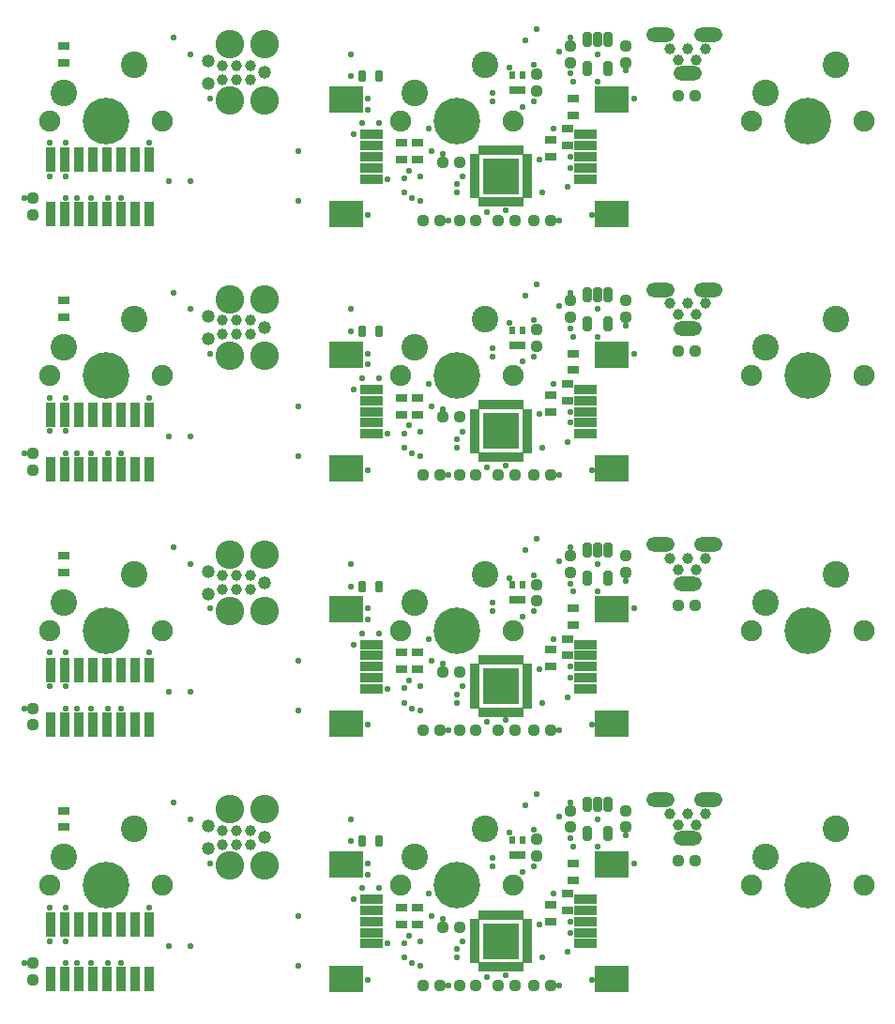
<source format=gbs>
%FSLAX46Y46*%
%MOMM*%
%AMPS14*
1,1,2.400000,0.000000,0.000000*
%
%ADD14PS14*%
%AMPS29*
1,1,1.000000,0.000000,0.000000*
%
%ADD29PS29*%
%AMPS20*
21,1,0.500000,0.650000,0.000000,0.000000,360.000000*
%
%ADD20PS20*%
%AMPS19*
21,1,0.500000,0.650000,0.000000,0.000000,180.000000*
%
%ADD19PS19*%
%AMPS35*
21,1,0.800000,2.100000,0.000000,0.000000,270.000000*
%
%ADD35PS35*%
%AMPS32*
21,1,0.800000,2.100000,0.000000,0.000000,90.000000*
%
%ADD32PS32*%
%AMPS33*
21,1,2.300000,3.000000,0.000000,0.000000,270.000000*
%
%ADD33PS33*%
%AMPS31*
21,1,2.300000,3.000000,0.000000,0.000000,90.000000*
%
%ADD31PS31*%
%AMPS24*
21,1,0.800000,2.150000,0.000000,0.000000,360.000000*
%
%ADD24PS24*%
%AMPS23*
21,1,0.800000,2.150000,0.000000,0.000000,180.000000*
%
%ADD23PS23*%
%AMPS38*
21,1,0.500000,0.800000,0.000000,0.000000,360.000000*
%
%ADD38PS38*%
%AMPS37*
21,1,0.500000,0.800000,0.000000,0.000000,270.000000*
%
%ADD37PS37*%
%AMPS39*
21,1,0.500000,0.800000,0.000000,0.000000,180.000000*
%
%ADD39PS39*%
%AMPS36*
21,1,0.500000,0.800000,0.000000,0.000000,90.000000*
%
%ADD36PS36*%
%AMPS41*
1,1,0.550000,0.000000,0.000000*
%
%ADD41PS41*%
%AMPS30*
21,1,1.300000,1.300000,0.000000,0.000000,360.000000*
1,1,1.300000,-0.650000,0.000000*
1,1,1.300000,0.650000,0.000000*
%
%ADD30PS30*%
%AMPS12*
1,1,4.200000,0.000000,0.000000*
%
%ADD12PS12*%
%AMPS18*
1,1,1.190600,0.000000,0.000000*
%
%ADD18PS18*%
%AMPS13*
1,1,1.900000,0.000000,0.000000*
%
%ADD13PS13*%
%AMPS15*
1,1,2.575000,0.000000,0.000000*
%
%ADD15PS15*%
%AMPS17*
1,1,2.575000,0.000000,0.000000*
%
%ADD17PS17*%
%AMPS11*
1,1,0.560000,0.220000,0.195000*
1,1,0.560000,-0.220000,-0.195000*
1,1,0.560000,-0.220000,0.195000*
1,1,0.560000,0.220000,-0.195000*
21,1,1.000000,0.390000,0.000000,0.000000,360.000000*
21,1,0.440000,0.950000,0.000000,0.000000,360.000000*
%
%ADD11PS11*%
%AMPS22*
1,1,0.560000,0.195000,-0.220000*
1,1,0.560000,-0.195000,0.220000*
1,1,0.560000,0.195000,0.220000*
1,1,0.560000,-0.195000,-0.220000*
21,1,1.000000,0.390000,0.000000,0.000000,270.000000*
21,1,0.440000,0.950000,0.000000,0.000000,270.000000*
%
%ADD22PS22*%
%AMPS25*
1,1,0.560000,-0.220000,-0.195000*
1,1,0.560000,0.220000,0.195000*
1,1,0.560000,0.220000,-0.195000*
1,1,0.560000,-0.220000,0.195000*
21,1,1.000000,0.390000,0.000000,0.000000,180.000000*
21,1,0.440000,0.950000,0.000000,0.000000,180.000000*
%
%ADD25PS25*%
%AMPS34*
1,1,0.560000,-0.195000,0.220000*
1,1,0.560000,0.195000,-0.220000*
1,1,0.560000,-0.195000,-0.220000*
1,1,0.560000,0.195000,0.220000*
21,1,1.000000,0.390000,0.000000,0.000000,90.000000*
21,1,0.440000,0.950000,0.000000,0.000000,90.000000*
%
%ADD34PS34*%
%AMPS21*
1,1,0.440000,0.330000,-0.130000*
1,1,0.440000,-0.330000,0.130000*
1,1,0.440000,0.330000,0.130000*
1,1,0.440000,-0.330000,-0.130000*
21,1,0.700000,0.660000,0.000000,0.000000,270.000000*
21,1,0.260000,1.100000,0.000000,0.000000,270.000000*
%
%ADD21PS21*%
%AMPS28*
1,1,0.440000,-0.130000,-0.330000*
1,1,0.440000,0.130000,0.330000*
1,1,0.440000,0.130000,-0.330000*
1,1,0.440000,-0.130000,0.330000*
21,1,0.700000,0.660000,0.000000,0.000000,180.000000*
21,1,0.260000,1.100000,0.000000,0.000000,180.000000*
%
%ADD28PS28*%
%AMPS10*
1,1,0.440000,-0.330000,0.130000*
1,1,0.440000,0.330000,-0.130000*
1,1,0.440000,-0.330000,-0.130000*
1,1,0.440000,0.330000,0.130000*
21,1,0.700000,0.660000,0.000000,0.000000,90.000000*
21,1,0.260000,1.100000,0.000000,0.000000,90.000000*
%
%ADD10PS10*%
%AMPS26*
1,1,0.300000,0.250000,0.500000*
1,1,0.300000,-0.250000,-0.500000*
1,1,0.300000,-0.250000,0.500000*
1,1,0.300000,0.250000,-0.500000*
21,1,0.800000,1.000000,0.000000,0.000000,360.000000*
21,1,0.500000,1.300000,0.000000,0.000000,360.000000*
%
%ADD26PS26*%
%AMPS27*
1,1,0.300000,-0.250000,-0.500000*
1,1,0.300000,0.250000,0.500000*
1,1,0.300000,0.250000,-0.500000*
1,1,0.300000,-0.250000,0.500000*
21,1,0.800000,1.000000,0.000000,0.000000,180.000000*
21,1,0.500000,1.300000,0.000000,0.000000,180.000000*
%
%ADD27PS27*%
%AMPS40*
21,1,3.300000,3.300000,0.000000,0.000000,270.000000*
%
%ADD40PS40*%
%AMPS16*
1,1,0.987400,0.000000,0.000000*
%
%ADD16PS16*%
G01*
G01*
%LPD*%
G75*
D10*
X46500000Y31000000D03*
D10*
X46500000Y29500000D03*
D11*
X50250000Y24000000D03*
D11*
X51750000Y24000000D03*
D12*
X18333334Y33000000D03*
D13*
X13253334Y33000000D03*
D14*
X14523334Y35540000D03*
D13*
X23413334Y33000000D03*
D14*
X20873334Y38080000D03*
D11*
X70000000Y35250000D03*
D11*
X71500000Y35250000D03*
D15*
X32687513Y39873333D03*
D16*
X28877513Y36698333D03*
D16*
X31417513Y36698333D03*
D15*
X29512513Y39873333D03*
D17*
X32687513Y34793333D03*
D18*
X27607513Y38349333D03*
D16*
X31417513Y37968333D03*
D16*
X30147513Y37968333D03*
D16*
X30147513Y36698333D03*
D16*
X28877513Y37968333D03*
D18*
X27607513Y36317333D03*
D18*
X32687513Y37333333D03*
D17*
X29512513Y34793333D03*
D19*
X56000000Y37100000D03*
D20*
X56000000Y35750000D03*
D20*
X55500000Y35750000D03*
D20*
X55000000Y35750000D03*
D19*
X55000000Y37100000D03*
D21*
X60000000Y30750000D03*
D21*
X60000000Y32250000D03*
D10*
X58500000Y31250000D03*
D10*
X58500000Y29750000D03*
D12*
X50000000Y33000000D03*
D13*
X44920000Y33000000D03*
D14*
X46190000Y35540000D03*
D13*
X55080000Y33000000D03*
D14*
X52540000Y38080000D03*
D22*
X60250000Y39750000D03*
D22*
X60250000Y38250000D03*
D23*
X19705000Y29450000D03*
D24*
X20975000Y24550000D03*
D23*
X17165000Y29450000D03*
D24*
X22245000Y24550000D03*
D24*
X14625000Y24550000D03*
D24*
X15895000Y24550000D03*
D23*
X14625000Y29450000D03*
D24*
X18435000Y24550000D03*
D24*
X19705000Y24550000D03*
D23*
X15895000Y29450000D03*
D24*
X13355000Y24550000D03*
D23*
X18435000Y29450000D03*
D23*
X20975000Y29450000D03*
D23*
X22245000Y29450000D03*
D23*
X13355000Y29450000D03*
D24*
X17165000Y24550000D03*
D12*
X81666666Y33000000D03*
D13*
X76586666Y33000000D03*
D14*
X77856666Y35540000D03*
D13*
X86746666Y33000000D03*
D14*
X84206666Y38080000D03*
D25*
X48500000Y24000000D03*
D25*
X47000000Y24000000D03*
D10*
X45000000Y31000000D03*
D10*
X45000000Y29500000D03*
D26*
X61800000Y37700000D03*
D26*
X63700000Y37700000D03*
D27*
X63700000Y40300000D03*
D27*
X61800000Y40300000D03*
D27*
X62750000Y40300000D03*
D28*
X41500000Y37000000D03*
D28*
X43000000Y37000000D03*
D29*
X69233335Y39500000D03*
D29*
X71633335Y38500000D03*
D30*
X70833335Y37250000D03*
D29*
X72433335Y39500000D03*
D29*
X70833335Y39500000D03*
D30*
X72733335Y40750000D03*
D30*
X68433335Y40750000D03*
D29*
X70033335Y38500000D03*
D31*
X64000000Y34900000D03*
D32*
X61650000Y29750000D03*
D33*
X64000000Y24600000D03*
D32*
X61650000Y28750000D03*
D32*
X61650000Y30750000D03*
D32*
X61650000Y27750000D03*
D32*
X61650000Y31750000D03*
D22*
X57250000Y37175000D03*
D22*
X57250000Y35675000D03*
D11*
X48750000Y29250000D03*
D11*
X50250000Y29250000D03*
D10*
X14523334Y39750000D03*
D10*
X14523334Y38250000D03*
D25*
X58500000Y24000000D03*
D25*
X57000000Y24000000D03*
D34*
X65250000Y38250000D03*
D34*
X65250000Y39750000D03*
D11*
X53750000Y24000000D03*
D11*
X55250000Y24000000D03*
D33*
X40000000Y24600000D03*
D35*
X42350000Y29750000D03*
D31*
X40000000Y34900000D03*
D35*
X42350000Y30750000D03*
D35*
X42350000Y28750000D03*
D35*
X42350000Y31750000D03*
D35*
X42350000Y27750000D03*
D36*
X56350000Y28750000D03*
D37*
X51650000Y28750000D03*
D38*
X54250000Y25650000D03*
D36*
X56350000Y26250000D03*
D39*
X53250000Y30350000D03*
D36*
X56350000Y29750000D03*
D37*
X51650000Y27250000D03*
D38*
X53750000Y25650000D03*
D39*
X55250000Y30350000D03*
D36*
X56350000Y28250000D03*
D38*
X53250000Y25650000D03*
D36*
X56350000Y26750000D03*
D37*
X51650000Y28250000D03*
D38*
X52250000Y25650000D03*
D37*
X51650000Y26750000D03*
D39*
X52750000Y30350000D03*
D37*
X51650000Y27750000D03*
D40*
X54000000Y28000000D03*
D39*
X55750000Y30350000D03*
D38*
X55250000Y25650000D03*
D39*
X52250000Y30350000D03*
D39*
X54750000Y30350000D03*
D39*
X54250000Y30350000D03*
D38*
X54750000Y25650000D03*
D39*
X53750000Y30350000D03*
D37*
X51650000Y26250000D03*
D37*
X51650000Y29750000D03*
D36*
X56350000Y27750000D03*
D37*
X51650000Y29250000D03*
D36*
X56350000Y27250000D03*
D36*
X56350000Y29250000D03*
D38*
X55750000Y25650000D03*
D38*
X52750000Y25650000D03*
D22*
X11750000Y26000000D03*
D22*
X11750000Y24500000D03*
D21*
X60500000Y33500000D03*
D21*
X60500000Y35000000D03*
D41*
X53250000Y35500000D03*
D41*
X45750000Y28500000D03*
D41*
X59250000Y39250000D03*
D41*
X22250000Y31000000D03*
D41*
X40500000Y39000000D03*
D41*
X50000000Y27250000D03*
D41*
X46750000Y27950000D03*
D41*
X62250000Y24500000D03*
D41*
X60250000Y28750000D03*
D41*
X52750000Y26750000D03*
D41*
X49250000Y24000000D03*
D41*
X40750000Y31750000D03*
D41*
X62750000Y36500000D03*
D41*
X18500000Y26000000D03*
D41*
X15750000Y26000000D03*
D41*
X60250000Y37250000D03*
D41*
X42000000Y35000000D03*
D41*
X24000000Y27500000D03*
D41*
X14750000Y26000000D03*
D41*
X35750000Y25750000D03*
D41*
X11000000Y26000000D03*
D41*
X60500000Y36500000D03*
D41*
X56250000Y40250000D03*
D41*
X57000000Y38000000D03*
D41*
X13250000Y28000000D03*
D41*
X14750000Y28000000D03*
D41*
X43750000Y27750000D03*
D41*
X65250000Y37500000D03*
D41*
X24500000Y40500000D03*
D41*
X46750000Y25750000D03*
D41*
X58750000Y32250000D03*
D41*
X42000000Y24500000D03*
D41*
X57486091Y29513909D03*
D41*
X27750000Y35000000D03*
D41*
X60250000Y29750000D03*
D41*
X50000000Y26500000D03*
D41*
X42000000Y34000000D03*
D41*
X46000000Y26000000D03*
D41*
X60000000Y27000000D03*
D41*
X45250000Y27800000D03*
D41*
X60250000Y40500000D03*
D41*
X26000000Y27500000D03*
D41*
X52750000Y24750000D03*
D41*
X55250000Y29250000D03*
D41*
X59250000Y24000000D03*
D41*
X14750000Y31000000D03*
D41*
X54750000Y37750000D03*
D41*
X52750000Y29250000D03*
D41*
X13250000Y31000000D03*
D41*
X55250000Y26750000D03*
D41*
X66000000Y35000000D03*
D41*
X47500000Y32250000D03*
D41*
X53250000Y34750000D03*
D41*
X43000000Y32750000D03*
D41*
X45250000Y26500000D03*
D41*
X19750000Y26000000D03*
D41*
X41500000Y32750000D03*
D41*
X62750000Y39000000D03*
D41*
X35750000Y30250000D03*
D41*
X50500000Y27949998D03*
D41*
X40500000Y37000000D03*
D41*
X57250000Y41250000D03*
D41*
X56000000Y34250000D03*
D41*
X47750000Y30250000D03*
D41*
X57750000Y26500000D03*
D41*
X26000000Y39000000D03*
D41*
X17000000Y26000000D03*
D41*
X54476375Y24917313D03*
D41*
X48750000Y30000000D03*
D41*
X57000000Y34750000D03*
D10*
X46500000Y77000000D03*
D10*
X46500000Y75500000D03*
D11*
X50250000Y70000000D03*
D11*
X51750000Y70000000D03*
D12*
X18333334Y79000000D03*
D13*
X13253334Y79000000D03*
D14*
X14523334Y81540000D03*
D13*
X23413334Y79000000D03*
D14*
X20873334Y84080000D03*
D11*
X70000000Y81250000D03*
D11*
X71500000Y81250000D03*
D15*
X32687513Y85873333D03*
D16*
X28877513Y82698333D03*
D16*
X31417513Y82698333D03*
D15*
X29512513Y85873333D03*
D17*
X32687513Y80793333D03*
D18*
X27607513Y84349333D03*
D16*
X31417513Y83968333D03*
D16*
X30147513Y83968333D03*
D16*
X30147513Y82698333D03*
D16*
X28877513Y83968333D03*
D18*
X27607513Y82317333D03*
D18*
X32687513Y83333333D03*
D17*
X29512513Y80793333D03*
D19*
X56000000Y83100000D03*
D20*
X56000000Y81750000D03*
D20*
X55500000Y81750000D03*
D20*
X55000000Y81750000D03*
D19*
X55000000Y83100000D03*
D21*
X60000000Y76750000D03*
D21*
X60000000Y78250000D03*
D10*
X58500000Y77250000D03*
D10*
X58500000Y75750000D03*
D12*
X50000000Y79000000D03*
D13*
X44920000Y79000000D03*
D14*
X46190000Y81540000D03*
D13*
X55080000Y79000000D03*
D14*
X52540000Y84080000D03*
D22*
X60250000Y85750000D03*
D22*
X60250000Y84250000D03*
D23*
X19705000Y75450000D03*
D24*
X20975000Y70550000D03*
D23*
X17165000Y75450000D03*
D24*
X22245000Y70550000D03*
D24*
X14625000Y70550000D03*
D24*
X15895000Y70550000D03*
D23*
X14625000Y75450000D03*
D24*
X18435000Y70550000D03*
D24*
X19705000Y70550000D03*
D23*
X15895000Y75450000D03*
D24*
X13355000Y70550000D03*
D23*
X18435000Y75450000D03*
D23*
X20975000Y75450000D03*
D23*
X22245000Y75450000D03*
D23*
X13355000Y75450000D03*
D24*
X17165000Y70550000D03*
D12*
X81666666Y79000000D03*
D13*
X76586666Y79000000D03*
D14*
X77856666Y81540000D03*
D13*
X86746666Y79000000D03*
D14*
X84206666Y84080000D03*
D25*
X48500000Y70000000D03*
D25*
X47000000Y70000000D03*
D10*
X45000000Y77000000D03*
D10*
X45000000Y75500000D03*
D26*
X61800000Y83700000D03*
D26*
X63700000Y83700000D03*
D27*
X63700000Y86300000D03*
D27*
X61800000Y86300000D03*
D27*
X62750000Y86300000D03*
D28*
X41500000Y83000000D03*
D28*
X43000000Y83000000D03*
D29*
X69233335Y85500000D03*
D29*
X71633335Y84500000D03*
D30*
X70833335Y83250000D03*
D29*
X72433335Y85500000D03*
D29*
X70833335Y85500000D03*
D30*
X72733335Y86750000D03*
D30*
X68433335Y86750000D03*
D29*
X70033335Y84500000D03*
D31*
X64000000Y80900000D03*
D32*
X61650000Y75750000D03*
D33*
X64000000Y70600000D03*
D32*
X61650000Y74750000D03*
D32*
X61650000Y76750000D03*
D32*
X61650000Y73750000D03*
D32*
X61650000Y77750000D03*
D22*
X57250000Y83175000D03*
D22*
X57250000Y81675000D03*
D11*
X48750000Y75250000D03*
D11*
X50250000Y75250000D03*
D10*
X14523334Y85750000D03*
D10*
X14523334Y84250000D03*
D25*
X58500000Y70000000D03*
D25*
X57000000Y70000000D03*
D34*
X65250000Y84250000D03*
D34*
X65250000Y85750000D03*
D11*
X53750000Y70000000D03*
D11*
X55250000Y70000000D03*
D33*
X40000000Y70600000D03*
D35*
X42350000Y75750000D03*
D31*
X40000000Y80900000D03*
D35*
X42350000Y76750000D03*
D35*
X42350000Y74750000D03*
D35*
X42350000Y77750000D03*
D35*
X42350000Y73750000D03*
D36*
X56350000Y74750000D03*
D37*
X51650000Y74750000D03*
D38*
X54250000Y71650000D03*
D36*
X56350000Y72250000D03*
D39*
X53250000Y76350000D03*
D36*
X56350000Y75750000D03*
D37*
X51650000Y73250000D03*
D38*
X53750000Y71650000D03*
D39*
X55250000Y76350000D03*
D36*
X56350000Y74250000D03*
D38*
X53250000Y71650000D03*
D36*
X56350000Y72750000D03*
D37*
X51650000Y74250000D03*
D38*
X52250000Y71650000D03*
D37*
X51650000Y72750000D03*
D39*
X52750000Y76350000D03*
D37*
X51650000Y73750000D03*
D40*
X54000000Y74000000D03*
D39*
X55750000Y76350000D03*
D38*
X55250000Y71650000D03*
D39*
X52250000Y76350000D03*
D39*
X54750000Y76350000D03*
D39*
X54250000Y76350000D03*
D38*
X54750000Y71650000D03*
D39*
X53750000Y76350000D03*
D37*
X51650000Y72250000D03*
D37*
X51650000Y75750000D03*
D36*
X56350000Y73750000D03*
D37*
X51650000Y75250000D03*
D36*
X56350000Y73250000D03*
D36*
X56350000Y75250000D03*
D38*
X55750000Y71650000D03*
D38*
X52750000Y71650000D03*
D22*
X11750000Y72000000D03*
D22*
X11750000Y70500000D03*
D21*
X60500000Y79500000D03*
D21*
X60500000Y81000000D03*
D41*
X53250000Y81500000D03*
D41*
X45750000Y74500000D03*
D41*
X59250000Y85250000D03*
D41*
X22250000Y77000000D03*
D41*
X40500000Y85000000D03*
D41*
X50000000Y73250000D03*
D41*
X46750000Y73950000D03*
D41*
X62250000Y70500000D03*
D41*
X60250000Y74750000D03*
D41*
X52750000Y72750000D03*
D41*
X49250000Y70000000D03*
D41*
X40750000Y77750000D03*
D41*
X62750000Y82500000D03*
D41*
X18500000Y72000000D03*
D41*
X15750000Y72000000D03*
D41*
X60250000Y83250000D03*
D41*
X42000000Y81000000D03*
D41*
X24000000Y73500000D03*
D41*
X14750000Y72000000D03*
D41*
X35750000Y71750000D03*
D41*
X11000000Y72000000D03*
D41*
X60500000Y82500000D03*
D41*
X56250000Y86250000D03*
D41*
X57000000Y84000000D03*
D41*
X13250000Y74000000D03*
D41*
X14750000Y74000000D03*
D41*
X43750000Y73750000D03*
D41*
X65250000Y83500000D03*
D41*
X24500000Y86500000D03*
D41*
X46750000Y71750000D03*
D41*
X58750000Y78250000D03*
D41*
X42000000Y70500000D03*
D41*
X57486091Y75513909D03*
D41*
X27750000Y81000000D03*
D41*
X60250000Y75750000D03*
D41*
X50000000Y72500000D03*
D41*
X42000000Y80000000D03*
D41*
X46000000Y72000000D03*
D41*
X60000000Y73000000D03*
D41*
X45250000Y73800000D03*
D41*
X60250000Y86500000D03*
D41*
X26000000Y73500000D03*
D41*
X52750000Y70750000D03*
D41*
X55250000Y75250000D03*
D41*
X59250000Y70000000D03*
D41*
X14750000Y77000000D03*
D41*
X54750000Y83750000D03*
D41*
X52750000Y75250000D03*
D41*
X13250000Y77000000D03*
D41*
X55250000Y72750000D03*
D41*
X66000000Y81000000D03*
D41*
X47500000Y78250000D03*
D41*
X53250000Y80750000D03*
D41*
X43000000Y78750000D03*
D41*
X45250000Y72500000D03*
D41*
X19750000Y72000000D03*
D41*
X41500000Y78750000D03*
D41*
X62750000Y85000000D03*
D41*
X35750000Y76250000D03*
D41*
X50500000Y73949998D03*
D41*
X40500000Y83000000D03*
D41*
X57250000Y87250000D03*
D41*
X56000000Y80250000D03*
D41*
X47750000Y76250000D03*
D41*
X57750000Y72500000D03*
D41*
X26000000Y85000000D03*
D41*
X17000000Y72000000D03*
D41*
X54476375Y70917313D03*
D41*
X48750000Y76000000D03*
D41*
X57000000Y80750000D03*
D10*
X46500000Y8000000D03*
D10*
X46500000Y6500000D03*
D11*
X50250000Y1000000D03*
D11*
X51750000Y1000000D03*
D12*
X18333334Y10000000D03*
D13*
X13253334Y10000000D03*
D14*
X14523334Y12540000D03*
D13*
X23413334Y10000000D03*
D14*
X20873334Y15080000D03*
D11*
X70000000Y12250000D03*
D11*
X71500000Y12250000D03*
D15*
X32687513Y16873333D03*
D16*
X28877513Y13698333D03*
D16*
X31417513Y13698333D03*
D15*
X29512513Y16873333D03*
D17*
X32687513Y11793333D03*
D18*
X27607513Y15349333D03*
D16*
X31417513Y14968333D03*
D16*
X30147513Y14968333D03*
D16*
X30147513Y13698333D03*
D16*
X28877513Y14968333D03*
D18*
X27607513Y13317333D03*
D18*
X32687513Y14333333D03*
D17*
X29512513Y11793333D03*
D19*
X56000000Y14100000D03*
D20*
X56000000Y12750000D03*
D20*
X55500000Y12750000D03*
D20*
X55000000Y12750000D03*
D19*
X55000000Y14100000D03*
D21*
X60000000Y7750000D03*
D21*
X60000000Y9250000D03*
D10*
X58500000Y8250000D03*
D10*
X58500000Y6750000D03*
D12*
X50000000Y10000000D03*
D13*
X44920000Y10000000D03*
D14*
X46190000Y12540000D03*
D13*
X55080000Y10000000D03*
D14*
X52540000Y15080000D03*
D22*
X60250000Y16750000D03*
D22*
X60250000Y15250000D03*
D23*
X19705000Y6450000D03*
D24*
X20975000Y1550000D03*
D23*
X17165000Y6450000D03*
D24*
X22245000Y1550000D03*
D24*
X14625000Y1550000D03*
D24*
X15895000Y1550000D03*
D23*
X14625000Y6450000D03*
D24*
X18435000Y1550000D03*
D24*
X19705000Y1550000D03*
D23*
X15895000Y6450000D03*
D24*
X13355000Y1550000D03*
D23*
X18435000Y6450000D03*
D23*
X20975000Y6450000D03*
D23*
X22245000Y6450000D03*
D23*
X13355000Y6450000D03*
D24*
X17165000Y1550000D03*
D12*
X81666666Y10000000D03*
D13*
X76586666Y10000000D03*
D14*
X77856666Y12540000D03*
D13*
X86746666Y10000000D03*
D14*
X84206666Y15080000D03*
D25*
X48500000Y1000000D03*
D25*
X47000000Y1000000D03*
D10*
X45000000Y8000000D03*
D10*
X45000000Y6500000D03*
D26*
X61800000Y14700000D03*
D26*
X63700000Y14700000D03*
D27*
X63700000Y17300000D03*
D27*
X61800000Y17300000D03*
D27*
X62750000Y17300000D03*
D28*
X41500000Y14000000D03*
D28*
X43000000Y14000000D03*
D29*
X69233335Y16500000D03*
D29*
X71633335Y15500000D03*
D30*
X70833335Y14250000D03*
D29*
X72433335Y16500000D03*
D29*
X70833335Y16500000D03*
D30*
X72733335Y17750000D03*
D30*
X68433335Y17750000D03*
D29*
X70033335Y15500000D03*
D31*
X64000000Y11900000D03*
D32*
X61650000Y6750000D03*
D33*
X64000000Y1600000D03*
D32*
X61650000Y5750000D03*
D32*
X61650000Y7750000D03*
D32*
X61650000Y4750000D03*
D32*
X61650000Y8750000D03*
D22*
X57250000Y14175000D03*
D22*
X57250000Y12675000D03*
D11*
X48750000Y6250000D03*
D11*
X50250000Y6250000D03*
D10*
X14523334Y16750000D03*
D10*
X14523334Y15250000D03*
D25*
X58500000Y1000000D03*
D25*
X57000000Y1000000D03*
D34*
X65250000Y15250000D03*
D34*
X65250000Y16750000D03*
D11*
X53750000Y1000000D03*
D11*
X55250000Y1000000D03*
D33*
X40000000Y1600000D03*
D35*
X42350000Y6750000D03*
D31*
X40000000Y11900000D03*
D35*
X42350000Y7750000D03*
D35*
X42350000Y5750000D03*
D35*
X42350000Y8750000D03*
D35*
X42350000Y4750000D03*
D36*
X56350000Y5750000D03*
D37*
X51650000Y5750000D03*
D38*
X54250000Y2650000D03*
D36*
X56350000Y3250000D03*
D39*
X53250000Y7350000D03*
D36*
X56350000Y6750000D03*
D37*
X51650000Y4250000D03*
D38*
X53750000Y2650000D03*
D39*
X55250000Y7350000D03*
D36*
X56350000Y5250000D03*
D38*
X53250000Y2650000D03*
D36*
X56350000Y3750000D03*
D37*
X51650000Y5250000D03*
D38*
X52250000Y2650000D03*
D37*
X51650000Y3750000D03*
D39*
X52750000Y7350000D03*
D37*
X51650000Y4750000D03*
D40*
X54000000Y5000000D03*
D39*
X55750000Y7350000D03*
D38*
X55250000Y2650000D03*
D39*
X52250000Y7350000D03*
D39*
X54750000Y7350000D03*
D39*
X54250000Y7350000D03*
D38*
X54750000Y2650000D03*
D39*
X53750000Y7350000D03*
D37*
X51650000Y3250000D03*
D37*
X51650000Y6750000D03*
D36*
X56350000Y4750000D03*
D37*
X51650000Y6250000D03*
D36*
X56350000Y4250000D03*
D36*
X56350000Y6250000D03*
D38*
X55750000Y2650000D03*
D38*
X52750000Y2650000D03*
D22*
X11750000Y3000000D03*
D22*
X11750000Y1500000D03*
D21*
X60500000Y10500000D03*
D21*
X60500000Y12000000D03*
D41*
X53250000Y12500000D03*
D41*
X45750000Y5500000D03*
D41*
X59250000Y16250000D03*
D41*
X22250000Y8000000D03*
D41*
X40500000Y16000000D03*
D41*
X50000000Y4250000D03*
D41*
X46750000Y4950000D03*
D41*
X62250000Y1500000D03*
D41*
X60250000Y5750000D03*
D41*
X52750000Y3750000D03*
D41*
X49250000Y1000000D03*
D41*
X40750000Y8750000D03*
D41*
X62750000Y13500000D03*
D41*
X18500000Y3000000D03*
D41*
X15750000Y3000000D03*
D41*
X60250000Y14250000D03*
D41*
X42000000Y12000000D03*
D41*
X24000000Y4500000D03*
D41*
X14750000Y3000000D03*
D41*
X35750000Y2750000D03*
D41*
X11000000Y3000000D03*
D41*
X60500000Y13500000D03*
D41*
X56250000Y17250000D03*
D41*
X57000000Y15000000D03*
D41*
X13250000Y5000000D03*
D41*
X14750000Y5000000D03*
D41*
X43750000Y4750000D03*
D41*
X65250000Y14500000D03*
D41*
X24500000Y17500000D03*
D41*
X46750000Y2750000D03*
D41*
X58750000Y9250000D03*
D41*
X42000000Y1500000D03*
D41*
X57486091Y6513909D03*
D41*
X27750000Y12000000D03*
D41*
X60250000Y6750000D03*
D41*
X50000000Y3500000D03*
D41*
X42000000Y11000000D03*
D41*
X46000000Y3000000D03*
D41*
X60000000Y4000000D03*
D41*
X45250000Y4800000D03*
D41*
X60250000Y17500000D03*
D41*
X26000000Y4500000D03*
D41*
X52750000Y1750000D03*
D41*
X55250000Y6250000D03*
D41*
X59250000Y1000000D03*
D41*
X14750000Y8000000D03*
D41*
X54750000Y14750000D03*
D41*
X52750000Y6250000D03*
D41*
X13250000Y8000000D03*
D41*
X55250000Y3750000D03*
D41*
X66000000Y12000000D03*
D41*
X47500000Y9250000D03*
D41*
X53250000Y11750000D03*
D41*
X43000000Y9750000D03*
D41*
X45250000Y3500000D03*
D41*
X19750000Y3000000D03*
D41*
X41500000Y9750000D03*
D41*
X62750000Y16000000D03*
D41*
X35750000Y7250000D03*
D41*
X50500000Y4949998D03*
D41*
X40500000Y14000000D03*
D41*
X57250000Y18250000D03*
D41*
X56000000Y11250000D03*
D41*
X47750000Y7250000D03*
D41*
X57750000Y3500000D03*
D41*
X26000000Y16000000D03*
D41*
X17000000Y3000000D03*
D41*
X54476375Y1917313D03*
D41*
X48750000Y7000000D03*
D41*
X57000000Y11750000D03*
D10*
X46500000Y54000000D03*
D10*
X46500000Y52500000D03*
D11*
X50250000Y47000000D03*
D11*
X51750000Y47000000D03*
D12*
X18333334Y56000000D03*
D13*
X13253334Y56000000D03*
D14*
X14523334Y58540000D03*
D13*
X23413334Y56000000D03*
D14*
X20873334Y61080000D03*
D11*
X70000000Y58250000D03*
D11*
X71500000Y58250000D03*
D15*
X32687513Y62873333D03*
D16*
X28877513Y59698333D03*
D16*
X31417513Y59698333D03*
D15*
X29512513Y62873333D03*
D17*
X32687513Y57793333D03*
D18*
X27607513Y61349333D03*
D16*
X31417513Y60968333D03*
D16*
X30147513Y60968333D03*
D16*
X30147513Y59698333D03*
D16*
X28877513Y60968333D03*
D18*
X27607513Y59317333D03*
D18*
X32687513Y60333333D03*
D17*
X29512513Y57793333D03*
D19*
X56000000Y60100000D03*
D20*
X56000000Y58750000D03*
D20*
X55500000Y58750000D03*
D20*
X55000000Y58750000D03*
D19*
X55000000Y60100000D03*
D21*
X60000000Y53750000D03*
D21*
X60000000Y55250000D03*
D10*
X58500000Y54250000D03*
D10*
X58500000Y52750000D03*
D12*
X50000000Y56000000D03*
D13*
X44920000Y56000000D03*
D14*
X46190000Y58540000D03*
D13*
X55080000Y56000000D03*
D14*
X52540000Y61080000D03*
D22*
X60250000Y62750000D03*
D22*
X60250000Y61250000D03*
D23*
X19705000Y52450000D03*
D24*
X20975000Y47550000D03*
D23*
X17165000Y52450000D03*
D24*
X22245000Y47550000D03*
D24*
X14625000Y47550000D03*
D24*
X15895000Y47550000D03*
D23*
X14625000Y52450000D03*
D24*
X18435000Y47550000D03*
D24*
X19705000Y47550000D03*
D23*
X15895000Y52450000D03*
D24*
X13355000Y47550000D03*
D23*
X18435000Y52450000D03*
D23*
X20975000Y52450000D03*
D23*
X22245000Y52450000D03*
D23*
X13355000Y52450000D03*
D24*
X17165000Y47550000D03*
D12*
X81666666Y56000000D03*
D13*
X76586666Y56000000D03*
D14*
X77856666Y58540000D03*
D13*
X86746666Y56000000D03*
D14*
X84206666Y61080000D03*
D25*
X48500000Y47000000D03*
D25*
X47000000Y47000000D03*
D10*
X45000000Y54000000D03*
D10*
X45000000Y52500000D03*
D26*
X61800000Y60700000D03*
D26*
X63700000Y60700000D03*
D27*
X63700000Y63300000D03*
D27*
X61800000Y63300000D03*
D27*
X62750000Y63300000D03*
D28*
X41500000Y60000000D03*
D28*
X43000000Y60000000D03*
D29*
X69233335Y62500000D03*
D29*
X71633335Y61500000D03*
D30*
X70833335Y60250000D03*
D29*
X72433335Y62500000D03*
D29*
X70833335Y62500000D03*
D30*
X72733335Y63750000D03*
D30*
X68433335Y63750000D03*
D29*
X70033335Y61500000D03*
D31*
X64000000Y57900000D03*
D32*
X61650000Y52750000D03*
D33*
X64000000Y47600000D03*
D32*
X61650000Y51750000D03*
D32*
X61650000Y53750000D03*
D32*
X61650000Y50750000D03*
D32*
X61650000Y54750000D03*
D22*
X57250000Y60175000D03*
D22*
X57250000Y58675000D03*
D11*
X48750000Y52250000D03*
D11*
X50250000Y52250000D03*
D10*
X14523334Y62750000D03*
D10*
X14523334Y61250000D03*
D25*
X58500000Y47000000D03*
D25*
X57000000Y47000000D03*
D34*
X65250000Y61250000D03*
D34*
X65250000Y62750000D03*
D11*
X53750000Y47000000D03*
D11*
X55250000Y47000000D03*
D33*
X40000000Y47600000D03*
D35*
X42350000Y52750000D03*
D31*
X40000000Y57900000D03*
D35*
X42350000Y53750000D03*
D35*
X42350000Y51750000D03*
D35*
X42350000Y54750000D03*
D35*
X42350000Y50750000D03*
D36*
X56350000Y51750000D03*
D37*
X51650000Y51750000D03*
D38*
X54250000Y48650000D03*
D36*
X56350000Y49250000D03*
D39*
X53250000Y53350000D03*
D36*
X56350000Y52750000D03*
D37*
X51650000Y50250000D03*
D38*
X53750000Y48650000D03*
D39*
X55250000Y53350000D03*
D36*
X56350000Y51250000D03*
D38*
X53250000Y48650000D03*
D36*
X56350000Y49750000D03*
D37*
X51650000Y51250000D03*
D38*
X52250000Y48650000D03*
D37*
X51650000Y49750000D03*
D39*
X52750000Y53350000D03*
D37*
X51650000Y50750000D03*
D40*
X54000000Y51000000D03*
D39*
X55750000Y53350000D03*
D38*
X55250000Y48650000D03*
D39*
X52250000Y53350000D03*
D39*
X54750000Y53350000D03*
D39*
X54250000Y53350000D03*
D38*
X54750000Y48650000D03*
D39*
X53750000Y53350000D03*
D37*
X51650000Y49250000D03*
D37*
X51650000Y52750000D03*
D36*
X56350000Y50750000D03*
D37*
X51650000Y52250000D03*
D36*
X56350000Y50250000D03*
D36*
X56350000Y52250000D03*
D38*
X55750000Y48650000D03*
D38*
X52750000Y48650000D03*
D22*
X11750000Y49000000D03*
D22*
X11750000Y47500000D03*
D21*
X60500000Y56500000D03*
D21*
X60500000Y58000000D03*
D41*
X53250000Y58500000D03*
D41*
X45750000Y51500000D03*
D41*
X59250000Y62250000D03*
D41*
X22250000Y54000000D03*
D41*
X40500000Y62000000D03*
D41*
X50000000Y50250000D03*
D41*
X46750000Y50950000D03*
D41*
X62250000Y47500000D03*
D41*
X60250000Y51750000D03*
D41*
X52750000Y49750000D03*
D41*
X49250000Y47000000D03*
D41*
X40750000Y54750000D03*
D41*
X62750000Y59500000D03*
D41*
X18500000Y49000000D03*
D41*
X15750000Y49000000D03*
D41*
X60250000Y60250000D03*
D41*
X42000000Y58000000D03*
D41*
X24000000Y50500000D03*
D41*
X14750000Y49000000D03*
D41*
X35750000Y48750000D03*
D41*
X11000000Y49000000D03*
D41*
X60500000Y59500000D03*
D41*
X56250000Y63250000D03*
D41*
X57000000Y61000000D03*
D41*
X13250000Y51000000D03*
D41*
X14750000Y51000000D03*
D41*
X43750000Y50750000D03*
D41*
X65250000Y60500000D03*
D41*
X24500000Y63500000D03*
D41*
X46750000Y48750000D03*
D41*
X58750000Y55250000D03*
D41*
X42000000Y47500000D03*
D41*
X57486091Y52513909D03*
D41*
X27750000Y58000000D03*
D41*
X60250000Y52750000D03*
D41*
X50000000Y49500000D03*
D41*
X42000000Y57000000D03*
D41*
X46000000Y49000000D03*
D41*
X60000000Y50000000D03*
D41*
X45250000Y50800000D03*
D41*
X60250000Y63500000D03*
D41*
X26000000Y50500000D03*
D41*
X52750000Y47750000D03*
D41*
X55250000Y52250000D03*
D41*
X59250000Y47000000D03*
D41*
X14750000Y54000000D03*
D41*
X54750000Y60750000D03*
D41*
X52750000Y52250000D03*
D41*
X13250000Y54000000D03*
D41*
X55250000Y49750000D03*
D41*
X66000000Y58000000D03*
D41*
X47500000Y55250000D03*
D41*
X53250000Y57750000D03*
D41*
X43000000Y55750000D03*
D41*
X45250000Y49500000D03*
D41*
X19750000Y49000000D03*
D41*
X41500000Y55750000D03*
D41*
X62750000Y62000000D03*
D41*
X35750000Y53250000D03*
D41*
X50500000Y50949998D03*
D41*
X40500000Y60000000D03*
D41*
X57250000Y64250000D03*
D41*
X56000000Y57250000D03*
D41*
X47750000Y53250000D03*
D41*
X57750000Y49500000D03*
D41*
X26000000Y62000000D03*
D41*
X17000000Y49000000D03*
D41*
X54476375Y47917313D03*
D41*
X48750000Y53000000D03*
D41*
X57000000Y57750000D03*
M02*

</source>
